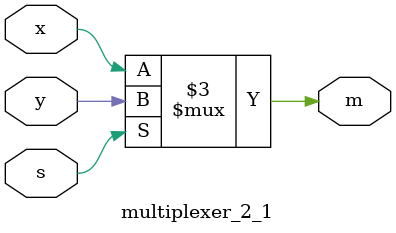
<source format=v>
module multiplexer_2_1 (x,y,s,m);

	input x,y,s;
	output reg m;
	
	always @(*)
		begin
		if (s)
			m = y;
		else
			m = x;
		end

endmodule
</source>
